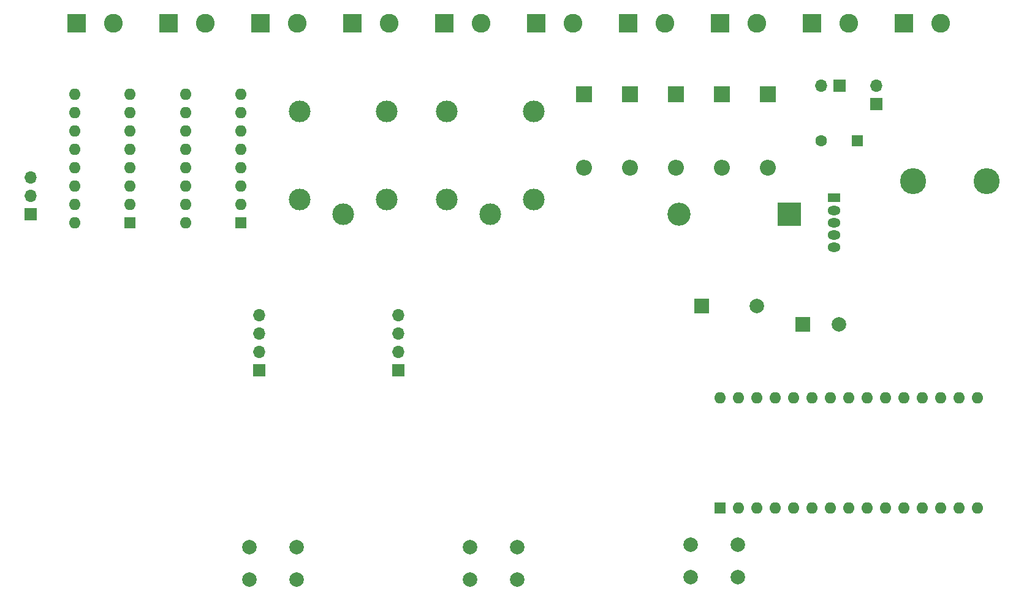
<source format=gbs>
G04 #@! TF.GenerationSoftware,KiCad,Pcbnew,7.0.8*
G04 #@! TF.CreationDate,2023-10-01T08:10:13+02:00*
G04 #@! TF.ProjectId,openautolab,6f70656e-6175-4746-9f6c-61622e6b6963,rev?*
G04 #@! TF.SameCoordinates,Original*
G04 #@! TF.FileFunction,Soldermask,Bot*
G04 #@! TF.FilePolarity,Negative*
%FSLAX46Y46*%
G04 Gerber Fmt 4.6, Leading zero omitted, Abs format (unit mm)*
G04 Created by KiCad (PCBNEW 7.0.8) date 2023-10-01 08:10:13*
%MOMM*%
%LPD*%
G01*
G04 APERTURE LIST*
%ADD10R,2.600000X2.600000*%
%ADD11C,2.600000*%
%ADD12R,1.700000X1.700000*%
%ADD13O,1.700000X1.700000*%
%ADD14R,1.600000X1.600000*%
%ADD15C,1.600000*%
%ADD16R,1.800000X1.275000*%
%ADD17O,1.800000X1.275000*%
%ADD18R,3.200000X3.200000*%
%ADD19O,3.200000X3.200000*%
%ADD20R,2.200000X2.200000*%
%ADD21O,2.200000X2.200000*%
%ADD22R,2.000000X2.000000*%
%ADD23C,2.000000*%
%ADD24C,3.000000*%
%ADD25O,1.600000X1.600000*%
%ADD26C,3.600000*%
G04 APERTURE END LIST*
D10*
X161285000Y-44760000D03*
D11*
X166365000Y-44760000D03*
D12*
X72250000Y-92715000D03*
D13*
X72250000Y-90175000D03*
X72250000Y-87635000D03*
X72250000Y-85095000D03*
D14*
X154860000Y-60960000D03*
D15*
X149860000Y-60960000D03*
D12*
X157480000Y-55880000D03*
D13*
X157480000Y-53340000D03*
D16*
X151660000Y-68887000D03*
D17*
X151660000Y-70587000D03*
X151660000Y-72287000D03*
X151660000Y-73987000D03*
X151660000Y-75687000D03*
D18*
X145445000Y-71120000D03*
D19*
X130205000Y-71120000D03*
D12*
X152400000Y-53340000D03*
D13*
X149860000Y-53340000D03*
D10*
X59685000Y-44750000D03*
D11*
X64765000Y-44750000D03*
D10*
X85085000Y-44760000D03*
D11*
X90165000Y-44760000D03*
D10*
X46985000Y-44750000D03*
D11*
X52065000Y-44750000D03*
D20*
X142520000Y-54530000D03*
D21*
X142520000Y-64690000D03*
D20*
X123470000Y-54530000D03*
D21*
X123470000Y-64690000D03*
D10*
X97790000Y-44760000D03*
D11*
X102870000Y-44760000D03*
D22*
X147320000Y-86360000D03*
D23*
X152320000Y-86360000D03*
D24*
X83820000Y-71120000D03*
X77820000Y-56920000D03*
X89820000Y-56920000D03*
X89820000Y-69120000D03*
X77820000Y-69120000D03*
D12*
X40640000Y-71120000D03*
D13*
X40640000Y-68580000D03*
X40640000Y-66040000D03*
D22*
X133360000Y-83820000D03*
D23*
X140960000Y-83820000D03*
D20*
X117120000Y-54530000D03*
D21*
X117120000Y-64690000D03*
D14*
X54360000Y-72345000D03*
D25*
X54360000Y-69805000D03*
X54360000Y-67265000D03*
X54360000Y-64725000D03*
X54360000Y-62185000D03*
X54360000Y-59645000D03*
X54360000Y-57105000D03*
X54360000Y-54565000D03*
X46740000Y-54565000D03*
X46740000Y-57105000D03*
X46740000Y-59645000D03*
X46740000Y-62185000D03*
X46740000Y-64725000D03*
X46740000Y-67265000D03*
X46740000Y-69805000D03*
X46740000Y-72345000D03*
D23*
X70870000Y-117165600D03*
X77370000Y-117165600D03*
X70870000Y-121665600D03*
X77370000Y-121665600D03*
D20*
X136170000Y-54530000D03*
D21*
X136170000Y-64690000D03*
D24*
X104140000Y-71120000D03*
X98140000Y-56920000D03*
X110140000Y-56920000D03*
X110140000Y-69120000D03*
X98140000Y-69120000D03*
D10*
X135885000Y-44760000D03*
D11*
X140965000Y-44760000D03*
D26*
X172720000Y-66579700D03*
X162560000Y-66579700D03*
D20*
X129820000Y-54530000D03*
D21*
X129820000Y-64690000D03*
D10*
X110485000Y-44760000D03*
D11*
X115565000Y-44760000D03*
D23*
X131830000Y-116870600D03*
X138330000Y-116870600D03*
X131830000Y-121370600D03*
X138330000Y-121370600D03*
D12*
X91415000Y-92700000D03*
D13*
X91415000Y-90160000D03*
X91415000Y-87620000D03*
X91415000Y-85080000D03*
D14*
X69720000Y-72330000D03*
D25*
X69720000Y-69790000D03*
X69720000Y-67250000D03*
X69720000Y-64710000D03*
X69720000Y-62170000D03*
X69720000Y-59630000D03*
X69720000Y-57090000D03*
X69720000Y-54550000D03*
X62100000Y-54550000D03*
X62100000Y-57090000D03*
X62100000Y-59630000D03*
X62100000Y-62170000D03*
X62100000Y-64710000D03*
X62100000Y-67250000D03*
X62100000Y-69790000D03*
X62100000Y-72330000D03*
D10*
X123190000Y-44760000D03*
D11*
X128270000Y-44760000D03*
D10*
X72385000Y-44760000D03*
D11*
X77465000Y-44760000D03*
D14*
X135890000Y-111750000D03*
D25*
X138430000Y-111750000D03*
X140970000Y-111750000D03*
X143510000Y-111750000D03*
X146050000Y-111750000D03*
X148590000Y-111750000D03*
X151130000Y-111750000D03*
X153670000Y-111750000D03*
X156210000Y-111750000D03*
X158750000Y-111750000D03*
X161290000Y-111750000D03*
X163830000Y-111750000D03*
X166370000Y-111750000D03*
X168910000Y-111750000D03*
X171450000Y-111750000D03*
X171450000Y-96510000D03*
X168910000Y-96510000D03*
X166370000Y-96510000D03*
X163830000Y-96510000D03*
X161290000Y-96510000D03*
X158750000Y-96510000D03*
X156210000Y-96510000D03*
X153670000Y-96510000D03*
X151130000Y-96510000D03*
X148590000Y-96510000D03*
X146050000Y-96510000D03*
X143510000Y-96510000D03*
X140970000Y-96510000D03*
X138430000Y-96510000D03*
X135890000Y-96510000D03*
D23*
X101350000Y-117165600D03*
X107850000Y-117165600D03*
X101350000Y-121665600D03*
X107850000Y-121665600D03*
D10*
X148585000Y-44760000D03*
D11*
X153665000Y-44760000D03*
M02*

</source>
